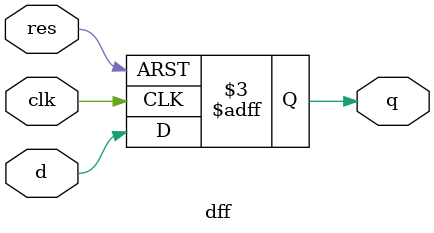
<source format=v>
module dff(output reg q,input clk,res,d);
always@(posedge clk,negedge res)
if (res==0)
q<=1'b0;
else
q<=d;
endmodule

</source>
